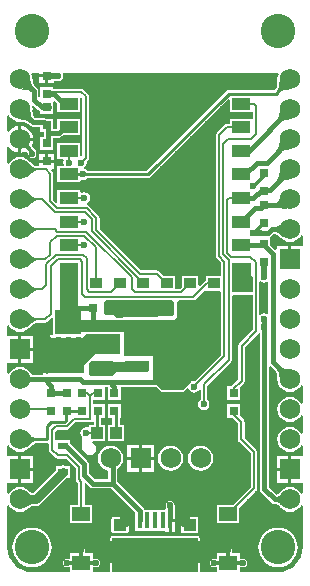
<source format=gtl>
G04 Layer_Physical_Order=1*
G04 Layer_Color=255*
%FSLAX25Y25*%
%MOIN*%
G70*
G01*
G75*
%ADD10R,0.03000X0.03000*%
%ADD11R,0.03000X0.03000*%
%ADD12R,0.05906X0.04500*%
%ADD13R,0.08268X0.03543*%
%ADD14R,0.08268X0.12598*%
%ADD15R,0.05000X0.05000*%
%ADD16R,0.01500X0.05400*%
%ADD17R,0.06299X0.03937*%
%ADD18R,0.03937X0.03543*%
%ADD19R,0.03937X0.03937*%
%ADD20R,0.03268X0.02480*%
%ADD21R,0.08661X0.07874*%
%ADD22C,0.01500*%
%ADD23C,0.02000*%
%ADD24C,0.00700*%
%ADD25C,0.03000*%
%ADD26C,0.01000*%
%ADD27C,0.01181*%
%ADD28R,0.28600X0.11200*%
%ADD29R,0.04300X0.04100*%
%ADD30R,0.06300X0.21200*%
%ADD31R,0.17100X0.03400*%
%ADD32R,0.31100X0.11800*%
%ADD33R,0.36600X0.03900*%
%ADD34C,0.06900*%
%ADD35R,0.06900X0.06900*%
%ADD36C,0.11500*%
%ADD37C,0.06900*%
%ADD38R,0.06900X0.06900*%
%ADD39C,0.04724*%
%ADD40O,0.05906X0.07480*%
%ADD41C,0.02362*%
G36*
X62400Y85600D02*
X63000Y85000D01*
X63000Y64300D01*
X54200Y55500D01*
X53000D01*
Y55300D01*
X50200Y52500D01*
X43400D01*
X40400Y55500D01*
Y75300D01*
X47000D01*
X48500Y76800D01*
Y81900D01*
X49100Y82500D01*
X54400Y82500D01*
X57500Y85600D01*
X62400Y85600D01*
D02*
G37*
G36*
X-1142Y88023D02*
X-78Y87093D01*
X235Y86866D01*
X529Y86680D01*
X803Y86536D01*
X1056Y86433D01*
X1289Y86371D01*
X1502Y86350D01*
Y85650D01*
X1289Y85629D01*
X1056Y85567D01*
X803Y85464D01*
X529Y85320D01*
X235Y85134D01*
X-78Y84907D01*
X-767Y84328D01*
X-1142Y83977D01*
X-1536Y83585D01*
Y88415D01*
X-1142Y88023D01*
D02*
G37*
G36*
Y78023D02*
X-78Y77093D01*
X235Y76866D01*
X529Y76680D01*
X803Y76536D01*
X1056Y76433D01*
X1289Y76371D01*
X1502Y76350D01*
Y75650D01*
X1289Y75629D01*
X1056Y75567D01*
X803Y75464D01*
X529Y75320D01*
X235Y75134D01*
X-78Y74907D01*
X-767Y74328D01*
X-1142Y73977D01*
X-1536Y73585D01*
Y78415D01*
X-1142Y78023D01*
D02*
G37*
G36*
X47400Y81800D02*
Y77500D01*
X40100Y76700D01*
X30800D01*
X29800Y76400D01*
X28300D01*
X27255Y77500D01*
X24700Y77500D01*
X24000Y78200D01*
X24000Y81786D01*
X24714Y82500D01*
X46700D01*
X47400Y81800D01*
D02*
G37*
G36*
X-1142Y98023D02*
X-78Y97093D01*
X235Y96866D01*
X529Y96680D01*
X803Y96536D01*
X1056Y96433D01*
X1289Y96371D01*
X1502Y96350D01*
Y95650D01*
X1289Y95629D01*
X1056Y95567D01*
X803Y95464D01*
X529Y95320D01*
X235Y95134D01*
X-78Y94907D01*
X-767Y94328D01*
X-1142Y93977D01*
X-1536Y93585D01*
Y98415D01*
X-1142Y98023D01*
D02*
G37*
G36*
X80946Y104488D02*
X81159Y104425D01*
X81386Y104333D01*
X81629Y104210D01*
X81885Y104054D01*
X82146Y103869D01*
X82732Y103373D01*
X82943Y103167D01*
X83040Y103040D01*
X83907Y102375D01*
X84917Y101957D01*
X86000Y101814D01*
X87083Y101957D01*
X88093Y102375D01*
X88960Y103040D01*
X89625Y103907D01*
X89684Y104050D01*
X90184Y103951D01*
Y100450D01*
X86500D01*
Y96000D01*
X85500D01*
Y100450D01*
X81550D01*
Y99448D01*
X81050Y99241D01*
X79500Y100791D01*
Y103300D01*
X79847Y103656D01*
X80712Y104522D01*
X80759D01*
X80946Y104488D01*
D02*
G37*
G36*
X72900Y91000D02*
X72800Y90900D01*
X73529Y90171D01*
X73529Y85000D01*
X66571Y85000D01*
Y94800D01*
X72900D01*
Y91000D01*
D02*
G37*
G36*
X78660Y88624D02*
X78822Y88497D01*
Y78110D01*
X78381Y77874D01*
X78234Y77972D01*
X77500Y78118D01*
X76766Y77972D01*
X76171Y77574D01*
X76023Y77605D01*
X75671Y77748D01*
Y88431D01*
X76171Y88677D01*
X76537Y88432D01*
X77200Y88300D01*
X77863Y88432D01*
X78322Y88738D01*
X78660Y88624D01*
D02*
G37*
G36*
X7069Y76548D02*
Y71130D01*
X6572Y70661D01*
X6501Y70663D01*
X6126Y71226D01*
X6000Y71310D01*
Y70514D01*
X5100D01*
X4827Y70459D01*
X4595Y70305D01*
X4441Y70073D01*
X4386Y69800D01*
Y58800D01*
X4441Y58527D01*
X4459Y58500D01*
X4206Y58000D01*
X3590D01*
X3604Y57978D01*
X3337Y57478D01*
X-120D01*
X-337Y58000D01*
X-375Y58093D01*
X-1040Y58960D01*
X-1907Y59625D01*
X-2917Y60043D01*
X-4000Y60186D01*
X-5083Y60043D01*
X-6093Y59625D01*
X-6960Y58960D01*
X-7625Y58093D01*
X-7684Y57950D01*
X-7937Y58000D01*
X-8184D01*
Y58049D01*
Y61550D01*
X-4500D01*
Y66000D01*
Y70450D01*
X-8184D01*
Y72700D01*
Y73951D01*
X-7684Y74050D01*
X-7625Y73907D01*
X-6960Y73040D01*
X-6516Y72700D01*
X-6093Y72375D01*
X-5083Y71957D01*
X-4000Y71814D01*
X-2917Y71957D01*
X-1907Y72375D01*
X-1040Y73040D01*
X-938Y73173D01*
X-646Y73464D01*
X-293Y73794D01*
X361Y74344D01*
X636Y74542D01*
X887Y74702D01*
X1105Y74817D01*
X1283Y74889D01*
X1416Y74925D01*
X1466Y74929D01*
X4300D01*
X4710Y75011D01*
X5057Y75243D01*
X6569Y76755D01*
X7069Y76548D01*
D02*
G37*
G36*
X-1168Y38051D02*
X-476Y37438D01*
X-152Y37189D01*
X157Y36979D01*
X452Y36806D01*
X732Y36672D01*
X997Y36577D01*
X1248Y36519D01*
X1484Y36500D01*
Y35500D01*
X1248Y35481D01*
X997Y35423D01*
X732Y35328D01*
X452Y35194D01*
X157Y35021D01*
X-152Y34811D01*
X-476Y34562D01*
X-1168Y33949D01*
X-1536Y33585D01*
Y38415D01*
X-1168Y38051D01*
D02*
G37*
G36*
X73529Y84286D02*
X73529Y84286D01*
Y72437D01*
X69096Y68003D01*
X68864Y67656D01*
X68783Y67247D01*
Y55997D01*
X66486Y53700D01*
X65000D01*
Y49300D01*
X69400D01*
Y53586D01*
X70610Y54796D01*
X70842Y55143D01*
X70924Y55553D01*
Y66803D01*
X75357Y71236D01*
X75357Y71236D01*
X75522Y71483D01*
X76022Y71390D01*
Y19400D01*
X76134Y18834D01*
X76455Y18355D01*
X79855Y14955D01*
X80334Y14634D01*
X80900Y14522D01*
X81159D01*
X81326Y14500D01*
X81515Y14457D01*
X81688Y14398D01*
X81850Y14324D01*
X82002Y14233D01*
X82147Y14125D01*
X82285Y13997D01*
X82417Y13848D01*
X82563Y13652D01*
X82591Y13625D01*
X82625Y13581D01*
X82632Y13570D01*
X82635Y13569D01*
X83040Y13040D01*
X83907Y12375D01*
X84917Y11957D01*
X86000Y11814D01*
X87083Y11957D01*
X88093Y12375D01*
X88960Y13040D01*
X89625Y13907D01*
X89684Y14050D01*
X90184Y13951D01*
Y0D01*
X90188Y-17D01*
X90032Y-1598D01*
X89566Y-3134D01*
X88809Y-4550D01*
X87791Y-5791D01*
X86550Y-6809D01*
X85134Y-7566D01*
X83598Y-8032D01*
X82017Y-8188D01*
X82000Y-8184D01*
X69453D01*
Y-6516D01*
X70453D01*
X70956Y-6416D01*
X71383Y-6130D01*
X71668Y-5703D01*
X71769Y-5200D01*
X71668Y-4696D01*
X71383Y-4270D01*
X70956Y-3984D01*
X70453Y-3884D01*
X69453D01*
Y-1919D01*
X66816D01*
Y-1017D01*
X66716Y-513D01*
X66430Y-86D01*
X66004Y199D01*
X65500Y299D01*
X64996Y199D01*
X64570Y-86D01*
X64284Y-513D01*
X64184Y-1017D01*
Y-1919D01*
X61547D01*
Y-3853D01*
X60547D01*
X60044Y-3954D01*
X59617Y-4239D01*
X59332Y-4666D01*
X59231Y-5169D01*
X59332Y-5673D01*
X59617Y-6100D01*
X60044Y-6385D01*
X60547Y-6485D01*
X61547D01*
Y-8184D01*
X56014D01*
Y3000D01*
X55959Y3273D01*
X55805Y3505D01*
X55573Y3659D01*
X55300Y3714D01*
X26700D01*
X26427Y3659D01*
X26195Y3505D01*
X26041Y3273D01*
X25986Y3000D01*
Y-8184D01*
X20453D01*
Y-6485D01*
X21453D01*
X21956Y-6385D01*
X22383Y-6100D01*
X22669Y-5673D01*
X22769Y-5169D01*
X22669Y-4666D01*
X22383Y-4239D01*
X21956Y-3954D01*
X21453Y-3853D01*
X20453D01*
Y-1919D01*
X17816D01*
Y-1017D01*
X17716Y-513D01*
X17430Y-86D01*
X17004Y199D01*
X16500Y299D01*
X15996Y199D01*
X15570Y-86D01*
X15284Y-513D01*
X15184Y-1017D01*
Y-1919D01*
X12547D01*
Y-3823D01*
X11547D01*
X11044Y-3923D01*
X10617Y-4208D01*
X10332Y-4635D01*
X10231Y-5139D01*
X10332Y-5642D01*
X10617Y-6069D01*
X11044Y-6354D01*
X11547Y-6454D01*
X12547D01*
Y-8184D01*
X0D01*
X-17Y-8188D01*
X-1598Y-8032D01*
X-3134Y-7566D01*
X-4550Y-6809D01*
X-5791Y-5791D01*
X-6809Y-4550D01*
X-7566Y-3134D01*
X-8032Y-1598D01*
X-8188Y-17D01*
X-8184Y0D01*
Y13951D01*
X-7684Y14050D01*
X-7625Y13907D01*
X-6960Y13040D01*
X-6093Y12375D01*
X-5083Y11957D01*
X-4000Y11814D01*
X-2917Y11957D01*
X-1907Y12375D01*
X-1040Y13040D01*
X-722Y13454D01*
X-706Y13466D01*
X-698Y13477D01*
X-687Y13485D01*
X-642Y13533D01*
X-621Y13548D01*
X-551Y13584D01*
X-431Y13627D01*
X-264Y13671D01*
X-71Y13707D01*
X532Y13757D01*
X1190D01*
X2048Y13928D01*
X2776Y14414D01*
X11532Y23170D01*
X12634D01*
Y27050D01*
X11356D01*
X11158Y27183D01*
X10300Y27353D01*
X9442Y27183D01*
X9244Y27050D01*
X7966D01*
Y25949D01*
X271Y18253D01*
X190Y18259D01*
X-55Y18290D01*
X-264Y18329D01*
X-431Y18373D01*
X-551Y18416D01*
X-621Y18451D01*
X-642Y18467D01*
X-687Y18515D01*
X-698Y18523D01*
X-706Y18534D01*
X-722Y18546D01*
X-1040Y18960D01*
X-1907Y19625D01*
X-2917Y20043D01*
X-4000Y20186D01*
X-5083Y20043D01*
X-6093Y19625D01*
X-6960Y18960D01*
X-7625Y18093D01*
X-7684Y17950D01*
X-8184Y18049D01*
Y21550D01*
X-4500D01*
Y26000D01*
Y30450D01*
X-8184D01*
Y33951D01*
X-7684Y34050D01*
X-7625Y33907D01*
X-6960Y33040D01*
X-6093Y32375D01*
X-5083Y31957D01*
X-4000Y31814D01*
X-2917Y31957D01*
X-1907Y32375D01*
X-1040Y33040D01*
X-940Y33171D01*
X-680Y33427D01*
X-21Y34011D01*
X267Y34232D01*
X539Y34418D01*
X787Y34563D01*
X1008Y34668D01*
X1199Y34737D01*
X1357Y34774D01*
X1392Y34776D01*
X4800D01*
X5129Y34842D01*
X5629Y34555D01*
Y32600D01*
X5711Y32190D01*
X5943Y31843D01*
X7843Y29943D01*
X7843Y29943D01*
X8190Y29711D01*
X8600Y29629D01*
X8600Y29629D01*
X11257D01*
X14529Y26357D01*
Y22800D01*
X14611Y22390D01*
X14843Y22043D01*
X15429Y21456D01*
Y14119D01*
X12847D01*
Y8219D01*
X20153D01*
Y14119D01*
X17571D01*
Y21331D01*
X18071Y21539D01*
X19355Y20255D01*
X19834Y19934D01*
X20400Y19822D01*
X26288D01*
X34422Y11688D01*
Y9000D01*
X34450Y8857D01*
Y5600D01*
X44350D01*
Y5300D01*
X45600D01*
Y9000D01*
X46100D01*
Y9500D01*
X47850D01*
Y12700D01*
X47578D01*
Y14000D01*
X47466Y14566D01*
X47145Y15045D01*
X46666Y15366D01*
X46100Y15478D01*
X45534Y15366D01*
X45055Y15045D01*
X44734Y14566D01*
X44622Y14000D01*
Y12700D01*
X44350D01*
Y12400D01*
X37358D01*
X37266Y12866D01*
X36945Y13345D01*
X28378Y21912D01*
Y26141D01*
X29160Y26740D01*
X29825Y27607D01*
X30243Y28617D01*
X30386Y29700D01*
X30243Y30783D01*
X29825Y31793D01*
X29160Y32660D01*
X28293Y33325D01*
X27283Y33743D01*
X26200Y33886D01*
X25117Y33743D01*
X24107Y33325D01*
X23240Y32660D01*
X22575Y31793D01*
X22157Y30783D01*
X22014Y29700D01*
X22157Y28617D01*
X22575Y27607D01*
X23240Y26740D01*
X24107Y26075D01*
X25117Y25657D01*
X25422Y25617D01*
Y22778D01*
X21012D01*
X18878Y24912D01*
Y27800D01*
X18766Y28366D01*
X18445Y28845D01*
X12634Y34657D01*
Y35830D01*
X7966D01*
X7771Y36249D01*
Y38557D01*
X8493Y39279D01*
X11542D01*
X11952Y39361D01*
X12299Y39593D01*
X14393Y41687D01*
X19383D01*
X19793Y41769D01*
X20027Y41925D01*
X20419Y41787D01*
X20527Y41704D01*
Y40968D01*
X19082D01*
Y40295D01*
X18582Y40002D01*
X18000Y40118D01*
X17266Y39972D01*
X16644Y39556D01*
X16228Y38934D01*
X16082Y38200D01*
X16228Y37466D01*
X16644Y36844D01*
X16648Y36841D01*
X16649Y36840D01*
X16743Y36673D01*
X16815Y36309D01*
X16784Y36238D01*
X16741Y36173D01*
X16728Y36112D01*
X16703Y36055D01*
X16702Y35977D01*
X16686Y35900D01*
Y33091D01*
X16741Y32818D01*
X16895Y32586D01*
X18386Y31095D01*
X18618Y30941D01*
X18891Y30886D01*
X20000D01*
X20273Y30941D01*
X20505Y31095D01*
X21005Y31595D01*
X21159Y31827D01*
X21214Y32100D01*
Y33782D01*
X21159Y34055D01*
X21005Y34287D01*
X20122Y35170D01*
X20313Y35631D01*
X24419D01*
Y40968D01*
X22974D01*
Y43300D01*
X24325D01*
Y47700D01*
X20471D01*
Y49300D01*
X24325D01*
Y53622D01*
X25200D01*
Y49300D01*
X29600D01*
Y53622D01*
X41269D01*
X42895Y51995D01*
X43127Y51841D01*
X43400Y51786D01*
X44951D01*
X45000Y51776D01*
X45049Y51786D01*
X50200D01*
X50473Y51841D01*
X50705Y51995D01*
X51812Y53102D01*
X52290Y52957D01*
X52328Y52766D01*
X52744Y52144D01*
X53366Y51728D01*
X54100Y51582D01*
X54834Y51728D01*
X55456Y52144D01*
X55692Y52497D01*
X56192Y52345D01*
Y49247D01*
X55906Y49056D01*
X55491Y48434D01*
X55345Y47700D01*
X55491Y46966D01*
X55906Y46344D01*
X56529Y45928D01*
X57263Y45782D01*
X57997Y45928D01*
X58619Y46344D01*
X59035Y46966D01*
X59181Y47700D01*
X59035Y48434D01*
X58619Y49056D01*
X58333Y49247D01*
Y53919D01*
X66278Y61864D01*
X66510Y62211D01*
X66591Y62621D01*
Y83933D01*
X66945Y84286D01*
X73529Y84286D01*
D02*
G37*
G36*
X-1117Y17929D02*
X-991Y17839D01*
X-833Y17760D01*
X-643Y17691D01*
X-421Y17632D01*
X-166Y17585D01*
X121Y17548D01*
X793Y17505D01*
X1177Y17500D01*
Y14500D01*
X793Y14495D01*
X-166Y14415D01*
X-421Y14368D01*
X-643Y14309D01*
X-833Y14240D01*
X-991Y14161D01*
X-1117Y14071D01*
X-1210Y13970D01*
Y18030D01*
X-1117Y17929D01*
D02*
G37*
G36*
X83137Y14075D02*
X82972Y14298D01*
X82795Y14498D01*
X82604Y14674D01*
X82400Y14827D01*
X82183Y14956D01*
X81952Y15062D01*
X81709Y15144D01*
X81453Y15203D01*
X81183Y15238D01*
X80900Y15250D01*
Y16750D01*
X81183Y16762D01*
X81453Y16797D01*
X81709Y16856D01*
X81952Y16938D01*
X82183Y17044D01*
X82400Y17173D01*
X82604Y17326D01*
X82795Y17502D01*
X82972Y17702D01*
X83137Y17925D01*
Y14075D01*
D02*
G37*
G36*
X27075Y62000D02*
X28577Y58777D01*
X26800Y57000D01*
X19800Y57000D01*
X19100Y57700D01*
Y61300D01*
X19800Y62000D01*
X27075Y62000D01*
D02*
G37*
G36*
X29246Y64454D02*
X29300Y64400D01*
X21200Y64400D01*
X17500Y60700D01*
X17500Y58000D01*
X5900D01*
X5100Y58800D01*
Y69800D01*
X16644D01*
X17931Y71086D01*
X29246D01*
Y64454D01*
D02*
G37*
G36*
X81249Y58661D02*
X81357Y58504D01*
X81463Y58310D01*
X81559Y58084D01*
X81643Y57825D01*
X81714Y57534D01*
X81768Y57219D01*
X81832Y56453D01*
X81835Y56158D01*
X81814Y56000D01*
X81957Y54917D01*
X82375Y53907D01*
X83040Y53040D01*
X83907Y52375D01*
X84917Y51957D01*
X86000Y51814D01*
X87083Y51957D01*
X88093Y52375D01*
X88960Y53040D01*
X89625Y53907D01*
X89684Y54050D01*
X90184Y53951D01*
Y48049D01*
X89684Y47950D01*
X89625Y48093D01*
X88960Y48960D01*
X88093Y49625D01*
X87083Y50043D01*
X86000Y50186D01*
X84917Y50043D01*
X83907Y49625D01*
X83040Y48960D01*
X82375Y48093D01*
X81957Y47083D01*
X81814Y46000D01*
X81957Y44917D01*
X82375Y43907D01*
X83040Y43040D01*
X83907Y42375D01*
X84917Y41957D01*
X86000Y41814D01*
X87083Y41957D01*
X88093Y42375D01*
X88960Y43040D01*
X89625Y43907D01*
X89684Y44050D01*
X90184Y43951D01*
Y38049D01*
X89684Y37950D01*
X89625Y38093D01*
X88960Y38960D01*
X88093Y39625D01*
X87083Y40043D01*
X86000Y40186D01*
X84917Y40043D01*
X83907Y39625D01*
X83040Y38960D01*
X82375Y38093D01*
X81957Y37083D01*
X81814Y36000D01*
X81957Y34917D01*
X82375Y33907D01*
X83040Y33040D01*
X83907Y32375D01*
X84917Y31957D01*
X86000Y31814D01*
X87083Y31957D01*
X88093Y32375D01*
X88960Y33040D01*
X89625Y33907D01*
X89684Y34050D01*
X90184Y33951D01*
Y30450D01*
X86500D01*
Y26000D01*
Y21550D01*
X90184D01*
Y18049D01*
X89684Y17950D01*
X89625Y18093D01*
X88960Y18960D01*
X88093Y19625D01*
X87083Y20043D01*
X86000Y20186D01*
X84917Y20043D01*
X83907Y19625D01*
X83040Y18960D01*
X82635Y18431D01*
X82632Y18430D01*
X82625Y18419D01*
X82591Y18375D01*
X82563Y18349D01*
X82417Y18152D01*
X82285Y18002D01*
X82147Y17875D01*
X82002Y17767D01*
X81850Y17676D01*
X81689Y17602D01*
X81515Y17543D01*
X81460Y17531D01*
X78978Y20012D01*
Y60224D01*
X79478Y60431D01*
X81249Y58661D01*
D02*
G37*
G36*
X82889Y60195D02*
X83120Y60035D01*
X83379Y59894D01*
X83666Y59772D01*
X83980Y59670D01*
X84322Y59587D01*
X84691Y59523D01*
X85088Y59479D01*
X85513Y59455D01*
X85966Y59450D01*
X82550Y56034D01*
X82545Y56487D01*
X82477Y57309D01*
X82413Y57678D01*
X82331Y58020D01*
X82228Y58334D01*
X82107Y58621D01*
X81965Y58880D01*
X81805Y59111D01*
X81625Y59315D01*
X82685Y60375D01*
X82889Y60195D01*
D02*
G37*
G36*
X-1142Y108023D02*
X-78Y107093D01*
X235Y106866D01*
X529Y106680D01*
X803Y106536D01*
X1056Y106433D01*
X1289Y106371D01*
X1502Y106350D01*
Y105650D01*
X1289Y105629D01*
X1056Y105567D01*
X803Y105464D01*
X529Y105320D01*
X235Y105134D01*
X-78Y104907D01*
X-767Y104328D01*
X-1142Y103977D01*
X-1536Y103585D01*
Y108415D01*
X-1142Y108023D01*
D02*
G37*
G36*
X85966Y142550D02*
X85513Y142545D01*
X84691Y142477D01*
X84322Y142413D01*
X83980Y142331D01*
X83666Y142228D01*
X83379Y142106D01*
X83120Y141965D01*
X82889Y141805D01*
X82685Y141625D01*
X81625Y142685D01*
X81805Y142889D01*
X81965Y143120D01*
X82107Y143379D01*
X82228Y143666D01*
X82331Y143980D01*
X82413Y144322D01*
X82477Y144691D01*
X82521Y145088D01*
X82545Y145513D01*
X82550Y145966D01*
X85966Y142550D01*
D02*
G37*
G36*
X-545Y145513D02*
X-477Y144691D01*
X-413Y144322D01*
X-331Y143980D01*
X-228Y143666D01*
X-106Y143379D01*
X35Y143120D01*
X195Y142889D01*
X375Y142685D01*
X-685Y141625D01*
X-889Y141805D01*
X-1120Y141965D01*
X-1379Y142106D01*
X-1666Y142228D01*
X-1980Y142331D01*
X-2322Y142413D01*
X-2691Y142477D01*
X-3088Y142521D01*
X-3513Y142545D01*
X-3965Y142550D01*
X-550Y145966D01*
X-545Y145513D01*
D02*
G37*
G36*
X85966Y132550D02*
X85513Y132545D01*
X84691Y132477D01*
X84322Y132413D01*
X83980Y132331D01*
X83666Y132228D01*
X83379Y132106D01*
X83120Y131965D01*
X82889Y131805D01*
X82685Y131625D01*
X81625Y132685D01*
X81805Y132889D01*
X81965Y133120D01*
X82107Y133379D01*
X82228Y133666D01*
X82331Y133980D01*
X82413Y134322D01*
X82477Y134691D01*
X82521Y135088D01*
X82545Y135513D01*
X82550Y135966D01*
X85966Y132550D01*
D02*
G37*
G36*
X16829Y149743D02*
Y130818D01*
X16358Y130492D01*
X16109Y130607D01*
Y134863D01*
X8410D01*
Y129526D01*
X10426D01*
X10662Y129085D01*
X10628Y129034D01*
X10482Y128300D01*
X10628Y127566D01*
X10719Y127430D01*
X10483Y126989D01*
X8410D01*
Y121652D01*
X16109D01*
Y122098D01*
X16610Y122480D01*
X17000Y122403D01*
X17734Y122548D01*
X18356Y122964D01*
X18445Y123097D01*
X38620D01*
X39089Y123190D01*
X39486Y123455D01*
X65429Y149398D01*
X65891Y149207D01*
Y145274D01*
X73590D01*
X73729Y144832D01*
Y143179D01*
X73590Y142737D01*
X65891D01*
Y141139D01*
X64869D01*
X64868Y141139D01*
X64459Y141058D01*
X64112Y140825D01*
X61543Y138257D01*
X61311Y137910D01*
X61229Y137500D01*
Y97100D01*
X61311Y96690D01*
X61543Y96343D01*
X63029Y94857D01*
Y90572D01*
X58017D01*
Y89114D01*
X57890Y89089D01*
X57543Y88857D01*
X55941Y87256D01*
X55480Y87447D01*
Y90572D01*
X50143D01*
Y86945D01*
X49268Y86071D01*
X47605D01*
Y90572D01*
X43979D01*
X42494Y92057D01*
X42147Y92289D01*
X41737Y92371D01*
X36443D01*
X22571Y106244D01*
Y109800D01*
X22489Y110210D01*
X22257Y110557D01*
X22257Y110557D01*
X18957Y113857D01*
X18610Y114089D01*
X18200Y114171D01*
X18205Y114669D01*
X18234Y114674D01*
X18856Y115090D01*
X19272Y115712D01*
X19418Y116446D01*
X19272Y117180D01*
X18856Y117803D01*
X18234Y118218D01*
X17500Y118364D01*
X16766Y118218D01*
X16610Y118114D01*
X16109Y118381D01*
Y119115D01*
X8410D01*
Y115157D01*
X7948Y114966D01*
X7071Y115843D01*
Y124600D01*
X6989Y125010D01*
X6757Y125357D01*
X6376Y125738D01*
X6567Y126200D01*
X7400D01*
Y128200D01*
X2400D01*
Y127071D01*
X1466D01*
X1416Y127075D01*
X1283Y127111D01*
X1105Y127183D01*
X887Y127298D01*
X636Y127457D01*
X366Y127652D01*
X-655Y128545D01*
X-938Y128827D01*
X-1040Y128960D01*
X-1907Y129625D01*
X-2917Y130043D01*
X-4000Y130186D01*
X-5083Y130043D01*
X-6093Y129625D01*
X-6960Y128960D01*
X-7625Y128093D01*
X-7684Y127950D01*
X-8184Y128049D01*
Y133322D01*
X-7684Y133492D01*
X-7174Y132826D01*
X-6244Y132113D01*
X-5162Y131665D01*
X-4500Y131577D01*
Y136000D01*
Y140423D01*
X-5162Y140336D01*
X-6244Y139887D01*
X-7174Y139174D01*
X-7684Y138508D01*
X-8184Y138678D01*
Y143951D01*
X-7684Y144050D01*
X-7625Y143907D01*
X-6960Y143040D01*
X-6093Y142375D01*
X-5083Y141957D01*
X-4000Y141814D01*
X-3842Y141835D01*
X-3538Y141832D01*
X-3148Y141809D01*
X-2791Y141770D01*
X-2466Y141714D01*
X-2175Y141643D01*
X-1916Y141559D01*
X-1690Y141463D01*
X-1496Y141357D01*
X-1340Y141249D01*
X-777Y140686D01*
X-297Y140365D01*
X269Y140253D01*
X2700D01*
Y138500D01*
X3922D01*
Y136900D01*
X2700D01*
Y132500D01*
X7100D01*
Y136587D01*
X8866D01*
X9431Y136700D01*
X9911Y137020D01*
X10291Y137400D01*
X16109D01*
Y142737D01*
X8410D01*
Y139701D01*
X8253Y139544D01*
X7100D01*
Y142900D01*
X4729D01*
X4435Y143097D01*
X3869Y143210D01*
X881D01*
X751Y143340D01*
X643Y143496D01*
X537Y143690D01*
X441Y143916D01*
X357Y144175D01*
X286Y144466D01*
X232Y144781D01*
X168Y145547D01*
X165Y145842D01*
X186Y146000D01*
X47Y147055D01*
X80Y147094D01*
X527Y147282D01*
X2155Y145655D01*
X2634Y145334D01*
X2700Y145321D01*
Y144500D01*
X7100D01*
Y148602D01*
X7600Y148809D01*
X8410Y147999D01*
Y145274D01*
X16109D01*
Y149661D01*
X16610Y149910D01*
X16829Y149743D01*
D02*
G37*
G36*
X82254Y157800D02*
X81957Y157083D01*
X81814Y156000D01*
X81836Y155837D01*
X81834Y155472D01*
X81780Y154593D01*
X81733Y154233D01*
X81672Y153910D01*
X81599Y153632D01*
X81517Y153400D01*
X81431Y153217D01*
X81345Y153079D01*
X81322Y153053D01*
X80793Y152524D01*
X65600D01*
X65132Y152430D01*
X64735Y152165D01*
X38114Y125544D01*
X18445D01*
X18356Y125677D01*
X17734Y126092D01*
X17482Y126143D01*
X17376Y126673D01*
X17706Y126894D01*
X18122Y127516D01*
X18268Y128250D01*
X18201Y128587D01*
X18657Y129043D01*
X18889Y129390D01*
X18971Y129800D01*
Y150400D01*
X18889Y150810D01*
X18657Y151157D01*
X17157Y152657D01*
X16810Y152889D01*
X16400Y152971D01*
X7100D01*
Y153500D01*
X2700D01*
Y150522D01*
X2200Y150255D01*
X2178Y150269D01*
Y152000D01*
X2066Y152566D01*
X1745Y153045D01*
X998Y153793D01*
X893Y153940D01*
X777Y154139D01*
X669Y154366D01*
X450Y154970D01*
X360Y155299D01*
X193Y156112D01*
X125Y156567D01*
X103Y156627D01*
X43Y157083D01*
X-254Y157800D01*
X71Y158300D01*
X2400D01*
Y157800D01*
X4900D01*
Y157300D01*
X5400D01*
Y154800D01*
X7400D01*
Y155367D01*
X8700D01*
X9363Y155499D01*
X9926Y155874D01*
X10301Y156437D01*
X10433Y157100D01*
X10301Y157763D01*
X10237Y157859D01*
X10473Y158300D01*
X81929D01*
X82254Y157800D01*
D02*
G37*
G36*
X-509Y155987D02*
X-334Y155133D01*
X-230Y154754D01*
X10Y154090D01*
X146Y153806D01*
X293Y153553D01*
X451Y153331D01*
X619Y153141D01*
X-284Y151923D01*
X-497Y152111D01*
X-733Y152272D01*
X-993Y152406D01*
X-1277Y152513D01*
X-1584Y152593D01*
X-1914Y152647D01*
X-2268Y152673D01*
X-2646Y152672D01*
X-3046Y152645D01*
X-3471Y152591D01*
X-581Y156461D01*
X-509Y155987D01*
D02*
G37*
G36*
X85966Y152550D02*
X85448Y152547D01*
X84525Y152491D01*
X84120Y152438D01*
X83752Y152368D01*
X83422Y152282D01*
X83130Y152179D01*
X82874Y152059D01*
X82656Y151922D01*
X82476Y151769D01*
X81769Y152476D01*
X81922Y152656D01*
X82059Y152874D01*
X82179Y153129D01*
X82282Y153422D01*
X82368Y153752D01*
X82438Y154120D01*
X82491Y154525D01*
X82547Y155448D01*
X82550Y155965D01*
X85966Y152550D01*
D02*
G37*
G36*
Y122550D02*
X85513Y122545D01*
X84691Y122477D01*
X84322Y122413D01*
X83980Y122330D01*
X83666Y122228D01*
X83379Y122107D01*
X83120Y121965D01*
X82889Y121805D01*
X82685Y121625D01*
X81625Y122685D01*
X81805Y122889D01*
X81965Y123120D01*
X82107Y123379D01*
X82228Y123666D01*
X82331Y123980D01*
X82413Y124322D01*
X82477Y124691D01*
X82521Y125088D01*
X82545Y125513D01*
X82550Y125965D01*
X85966Y122550D01*
D02*
G37*
G36*
X-1142Y128023D02*
X-78Y127093D01*
X235Y126866D01*
X529Y126680D01*
X803Y126536D01*
X1056Y126433D01*
X1289Y126371D01*
X1502Y126350D01*
Y125650D01*
X1289Y125629D01*
X1056Y125567D01*
X803Y125464D01*
X529Y125320D01*
X235Y125134D01*
X-78Y124907D01*
X-767Y124328D01*
X-1142Y123977D01*
X-1536Y123585D01*
Y128415D01*
X-1142Y128023D01*
D02*
G37*
G36*
Y118023D02*
X-78Y117093D01*
X235Y116866D01*
X529Y116680D01*
X803Y116536D01*
X1056Y116433D01*
X1289Y116371D01*
X1502Y116350D01*
Y115650D01*
X1289Y115629D01*
X1056Y115567D01*
X803Y115464D01*
X529Y115320D01*
X235Y115134D01*
X-78Y114907D01*
X-767Y114328D01*
X-1142Y113977D01*
X-1536Y113585D01*
Y118415D01*
X-1142Y118023D01*
D02*
G37*
G36*
X85048Y112684D02*
X84597Y112810D01*
X82443Y113290D01*
X82176Y113323D01*
X81721Y113350D01*
X80677Y114850D01*
X80982Y114868D01*
X81262Y114922D01*
X81517Y115013D01*
X81748Y115139D01*
X81954Y115302D01*
X82135Y115501D01*
X82291Y115736D01*
X82423Y116008D01*
X82531Y116315D01*
X82613Y116659D01*
X85048Y112684D01*
D02*
G37*
G36*
X83536Y103585D02*
X83213Y103901D01*
X82583Y104434D01*
X82277Y104651D01*
X81977Y104834D01*
X81682Y104984D01*
X81394Y105100D01*
X81111Y105183D01*
X80834Y105233D01*
X80563Y105250D01*
Y106750D01*
X80834Y106767D01*
X81111Y106817D01*
X81394Y106900D01*
X81682Y107016D01*
X81977Y107166D01*
X82277Y107349D01*
X82583Y107566D01*
X82895Y107816D01*
X83213Y108099D01*
X83536Y108415D01*
Y103585D01*
D02*
G37*
%LPC*%
G36*
X450Y25500D02*
X-3500D01*
Y21550D01*
X450D01*
Y25500D01*
D02*
G37*
G36*
X4400Y156800D02*
X2400D01*
Y154800D01*
X4400D01*
Y156800D01*
D02*
G37*
G36*
X85500Y25500D02*
X81550D01*
Y21550D01*
X85500D01*
Y25500D01*
D02*
G37*
G36*
X40650Y29200D02*
X36700D01*
Y25250D01*
X40650D01*
Y29200D01*
D02*
G37*
G36*
X35700D02*
X31750D01*
Y25250D01*
X35700D01*
Y29200D01*
D02*
G37*
G36*
X0Y6582D02*
X-1284Y6455D01*
X-2519Y6081D01*
X-3657Y5472D01*
X-4654Y4654D01*
X-5472Y3657D01*
X-6081Y2519D01*
X-6455Y1284D01*
X-6582Y0D01*
X-6455Y-1284D01*
X-6081Y-2519D01*
X-5472Y-3657D01*
X-4654Y-4654D01*
X-3657Y-5472D01*
X-2519Y-6081D01*
X-1284Y-6455D01*
X0Y-6582D01*
X1284Y-6455D01*
X2519Y-6081D01*
X3657Y-5472D01*
X4654Y-4654D01*
X5472Y-3657D01*
X6081Y-2519D01*
X6455Y-1284D01*
X6582Y0D01*
X6455Y1284D01*
X6081Y2519D01*
X5472Y3657D01*
X4654Y4654D01*
X3657Y5472D01*
X2519Y6081D01*
X1284Y6455D01*
X0Y6582D01*
D02*
G37*
G36*
X47850Y8500D02*
X46600D01*
Y5300D01*
X47850D01*
Y8500D01*
D02*
G37*
G36*
X69400Y47700D02*
X65000D01*
Y43300D01*
X66886D01*
X68729Y41456D01*
Y36000D01*
X68811Y35590D01*
X69043Y35243D01*
X72929Y31356D01*
Y20113D01*
X66936Y14119D01*
X61847D01*
Y8219D01*
X69153D01*
Y13308D01*
X74757Y18912D01*
X74757Y18912D01*
X74989Y19260D01*
X75071Y19669D01*
X75071Y19669D01*
Y31800D01*
X75071Y31800D01*
X74989Y32210D01*
X74757Y32557D01*
X70871Y36443D01*
Y41900D01*
X70789Y42310D01*
X70557Y42657D01*
X69400Y43814D01*
Y47700D01*
D02*
G37*
G36*
X54800Y10214D02*
X50500D01*
X50227Y10159D01*
X49995Y10005D01*
X49841Y9773D01*
X49786Y9500D01*
Y5400D01*
X49841Y5127D01*
X49995Y4895D01*
X50227Y4741D01*
X50500Y4686D01*
X54800D01*
X55073Y4741D01*
X55305Y4895D01*
X55459Y5127D01*
X55514Y5400D01*
Y9500D01*
X55459Y9773D01*
X55305Y10005D01*
X55073Y10159D01*
X54800Y10214D01*
D02*
G37*
G36*
X82000Y6582D02*
X80716Y6455D01*
X79481Y6081D01*
X78343Y5472D01*
X77346Y4654D01*
X76528Y3657D01*
X75919Y2519D01*
X75545Y1284D01*
X75418Y0D01*
X75545Y-1284D01*
X75919Y-2519D01*
X76528Y-3657D01*
X77346Y-4654D01*
X78343Y-5472D01*
X79481Y-6081D01*
X80716Y-6455D01*
X82000Y-6582D01*
X83284Y-6455D01*
X84519Y-6081D01*
X85657Y-5472D01*
X86654Y-4654D01*
X87472Y-3657D01*
X88081Y-2519D01*
X88455Y-1284D01*
X88582Y0D01*
X88455Y1284D01*
X88081Y2519D01*
X87472Y3657D01*
X86654Y4654D01*
X85657Y5472D01*
X84519Y6081D01*
X83284Y6455D01*
X82000Y6582D01*
D02*
G37*
G36*
X31500Y10214D02*
X27200D01*
X26927Y10159D01*
X26695Y10005D01*
X26541Y9773D01*
X26486Y9500D01*
Y5400D01*
X26541Y5127D01*
X26695Y4895D01*
X26927Y4741D01*
X27200Y4686D01*
X31500D01*
X31773Y4741D01*
X32005Y4895D01*
X32159Y5127D01*
X32214Y5400D01*
Y9500D01*
X32159Y9773D01*
X32005Y10005D01*
X31773Y10159D01*
X31500Y10214D01*
D02*
G37*
G36*
X46200Y33886D02*
X45117Y33743D01*
X44107Y33325D01*
X43240Y32660D01*
X42575Y31793D01*
X42157Y30783D01*
X42014Y29700D01*
X42157Y28617D01*
X42575Y27607D01*
X43240Y26740D01*
X44107Y26075D01*
X45117Y25657D01*
X46200Y25514D01*
X47283Y25657D01*
X48293Y26075D01*
X49160Y26740D01*
X49825Y27607D01*
X50243Y28617D01*
X50386Y29700D01*
X50243Y30783D01*
X49825Y31793D01*
X49160Y32660D01*
X48293Y33325D01*
X47283Y33743D01*
X46200Y33886D01*
D02*
G37*
G36*
X450Y65500D02*
X-3500D01*
Y61550D01*
X450D01*
Y65500D01*
D02*
G37*
G36*
X-3500Y140423D02*
Y136500D01*
X423D01*
X335Y137162D01*
X-113Y138244D01*
X-826Y139174D01*
X-1756Y139887D01*
X-2838Y140336D01*
X-3500Y140423D01*
D02*
G37*
G36*
X4400Y131200D02*
X2400D01*
Y129200D01*
X4400D01*
Y131200D01*
D02*
G37*
G36*
X423Y135500D02*
X-3500D01*
Y131577D01*
X-2838Y131665D01*
X-1910Y132049D01*
X-1216Y131355D01*
Y131000D01*
X-1116Y130497D01*
X-830Y130070D01*
X-404Y129784D01*
X100Y129684D01*
X604Y129784D01*
X1030Y130070D01*
X1316Y130497D01*
X1416Y131000D01*
Y131900D01*
X1316Y132404D01*
X1030Y132830D01*
X-49Y133910D01*
X335Y134838D01*
X423Y135500D01*
D02*
G37*
G36*
X7400Y131200D02*
X5400D01*
Y129200D01*
X7400D01*
Y131200D01*
D02*
G37*
G36*
X450Y70450D02*
X-3500D01*
Y66500D01*
X450D01*
Y70450D01*
D02*
G37*
G36*
X85500Y30450D02*
X81550D01*
Y26500D01*
X85500D01*
Y30450D01*
D02*
G37*
G36*
X450D02*
X-3500D01*
Y26500D01*
X450D01*
Y30450D01*
D02*
G37*
G36*
X56200Y33886D02*
X55117Y33743D01*
X54107Y33325D01*
X53240Y32660D01*
X52575Y31793D01*
X52157Y30783D01*
X52014Y29700D01*
X52157Y28617D01*
X52575Y27607D01*
X53240Y26740D01*
X54107Y26075D01*
X55117Y25657D01*
X56200Y25514D01*
X57283Y25657D01*
X58293Y26075D01*
X59160Y26740D01*
X59825Y27607D01*
X60243Y28617D01*
X60386Y29700D01*
X60243Y30783D01*
X59825Y31793D01*
X59160Y32660D01*
X58293Y33325D01*
X57283Y33743D01*
X56200Y33886D01*
D02*
G37*
G36*
X29600Y47700D02*
X25200D01*
Y43300D01*
X26826D01*
Y40968D01*
X25381D01*
Y35631D01*
X30718D01*
Y40968D01*
X29273D01*
Y43300D01*
X29600D01*
Y47700D01*
D02*
G37*
G36*
X40650Y34150D02*
X36700D01*
Y30200D01*
X40650D01*
Y34150D01*
D02*
G37*
G36*
X35700D02*
X31750D01*
Y30200D01*
X35700D01*
Y34150D01*
D02*
G37*
%LPD*%
D10*
X6300Y51500D02*
D03*
Y45500D02*
D03*
X4900Y157300D02*
D03*
Y151300D02*
D03*
Y140700D02*
D03*
Y146700D02*
D03*
Y128700D02*
D03*
Y134700D02*
D03*
X77300Y124700D02*
D03*
Y118700D02*
D03*
X77300Y108100D02*
D03*
Y114100D02*
D03*
Y95100D02*
D03*
Y101100D02*
D03*
X11575Y51500D02*
D03*
Y45500D02*
D03*
X27400Y45500D02*
D03*
Y51500D02*
D03*
X22125Y51500D02*
D03*
Y45500D02*
D03*
X16850Y51500D02*
D03*
Y45500D02*
D03*
X67200Y45500D02*
D03*
Y51500D02*
D03*
D11*
X20200Y79900D02*
D03*
X26200D02*
D03*
D12*
X16500Y-5169D02*
D03*
Y11169D02*
D03*
X65500Y-5169D02*
D03*
Y11169D02*
D03*
D13*
X34880Y78455D02*
D03*
Y69400D02*
D03*
Y60345D02*
D03*
D14*
X57320Y69400D02*
D03*
D15*
X24300Y59519D02*
D03*
Y66919D02*
D03*
D16*
X35900Y9000D02*
D03*
X43550D02*
D03*
X46100D02*
D03*
X41000D02*
D03*
X38450D02*
D03*
D17*
X69740Y92824D02*
D03*
Y100698D02*
D03*
Y108572D02*
D03*
Y116446D02*
D03*
Y124320D02*
D03*
Y132194D02*
D03*
Y140068D02*
D03*
Y147942D02*
D03*
X12260D02*
D03*
Y140068D02*
D03*
Y132194D02*
D03*
Y124320D02*
D03*
Y116446D02*
D03*
Y108572D02*
D03*
Y100698D02*
D03*
Y92824D02*
D03*
D18*
X21315Y88100D02*
D03*
X29189D02*
D03*
X37063D02*
D03*
X44937D02*
D03*
X52811D02*
D03*
X60685D02*
D03*
D19*
X21750Y38300D02*
D03*
X28050D02*
D03*
D20*
X10300Y25110D02*
D03*
Y33890D02*
D03*
D21*
X12100Y63494D02*
D03*
Y75305D02*
D03*
D22*
X11310Y33890D02*
X17400Y27800D01*
X20400Y21300D02*
X26900D01*
X17400Y24300D02*
X20400Y21300D01*
X17400Y24300D02*
Y27800D01*
X26900Y21300D02*
Y29000D01*
X26200Y29700D02*
X26900Y29000D01*
X20200Y73700D02*
Y79900D01*
X13500Y80100D02*
X13700Y79900D01*
X20200D01*
X46100Y9000D02*
Y14000D01*
X69740Y100698D02*
X77502D01*
X69740Y124320D02*
X71021D01*
X76600Y119300D02*
X79300D01*
X86000Y126000D01*
X72194Y132194D02*
X86000Y146000D01*
X71021Y124320D02*
X75000Y128300D01*
X78300D01*
X86000Y136000D01*
X5700Y138066D02*
X8866D01*
X10869Y140068D01*
X12260D01*
X35900Y9000D02*
Y12300D01*
X26900Y21300D02*
X35900Y12300D01*
X10300Y33890D02*
X11310D01*
X69740Y116446D02*
X73747D01*
X76600Y119300D01*
X80100Y106000D02*
X86000D01*
X78800Y104700D02*
X80100Y106000D01*
X76100Y104700D02*
X78800D01*
X73600D02*
X76100D01*
X16000Y56000D02*
X16900Y55100D01*
X44100D02*
X46400Y57400D01*
Y67100D01*
X52800Y74700D02*
Y75800D01*
X50700Y76800D02*
X58300Y84400D01*
X61000D01*
X52800Y75800D02*
X53900Y76900D01*
X58300D01*
X61000D01*
X77500Y73500D02*
Y76200D01*
X80300Y61700D02*
X86000Y56000D01*
X80300Y61700D02*
Y97900D01*
X77502Y100698D02*
X80300Y97900D01*
X77500Y19400D02*
Y73500D01*
Y19400D02*
X80900Y16000D01*
X86000D01*
X3869Y141731D02*
X4900Y140700D01*
X269Y141731D02*
X3869D01*
X-4000Y146000D02*
X269Y141731D01*
X5400Y135700D02*
Y140700D01*
X10558Y147942D02*
X12260D01*
X7200Y151300D02*
X10558Y147942D01*
X4900Y151300D02*
X7200D01*
X3200Y146700D02*
X4900D01*
X700Y149200D02*
X3200Y146700D01*
X700Y149200D02*
Y152000D01*
X-3300Y156000D02*
X700Y152000D01*
X-4000Y156000D02*
X-3300D01*
X4900Y146700D02*
X5600D01*
X69740Y108572D02*
X74468Y113300D01*
X76500D01*
X77300Y114100D01*
X84100D01*
X86000Y116000D01*
X-4000Y56000D02*
X4200D01*
X6300Y53900D01*
Y51600D02*
Y53900D01*
Y51600D02*
X11300D01*
X11400Y51700D01*
X4200Y56000D02*
X16000D01*
X16900Y55100D02*
X25900D01*
X27400Y53600D01*
Y51500D02*
Y53600D01*
X25900Y55100D02*
X44100D01*
D23*
X4900Y61600D02*
Y70000D01*
X5100Y58800D02*
Y60200D01*
X5700Y60800D01*
X4900Y61600D02*
X5700Y60800D01*
X3300D02*
X3600D01*
X-4000Y66000D02*
X-2900Y64900D01*
X5400Y157100D02*
X8700D01*
X77300Y90133D02*
Y95100D01*
X77200Y90033D02*
X77300Y90133D01*
X77200Y92800D02*
Y95600D01*
D24*
X67075Y50524D02*
Y52775D01*
Y44625D02*
Y46524D01*
Y44625D02*
X69800Y41900D01*
Y36000D02*
Y41900D01*
Y36000D02*
X74000Y31800D01*
Y19669D02*
Y31800D01*
X65500Y11169D02*
X74000Y19669D01*
X16800Y84500D02*
X17700Y83600D01*
X16800Y84500D02*
Y95200D01*
X26189Y85100D02*
X29189Y88100D01*
X18200Y85990D02*
Y96380D01*
X17080Y97500D02*
X18200Y96380D01*
X-4000Y76000D02*
X4300D01*
X15900Y96100D02*
X16800Y95200D01*
X49711Y85000D02*
X52811Y88100D01*
X34400Y85000D02*
X49711D01*
X-4000Y86000D02*
X3400D01*
X-4000Y96000D02*
X4500D01*
X7980Y97500D02*
X17080D01*
X8560Y96100D02*
X15900D01*
X4500Y96000D02*
X6100Y97600D01*
X-4000Y106000D02*
X7700D01*
X8400Y105300D01*
X6100Y97600D02*
Y101700D01*
X8300Y103900D01*
X6000Y115400D02*
X8300Y113100D01*
X-4000Y116000D02*
X3400D01*
X7700Y111700D01*
X18200Y85990D02*
X19090Y85100D01*
X26189D01*
X33300Y86100D02*
X34400Y85000D01*
X-4000Y126000D02*
X4600D01*
X6000Y124600D01*
Y115400D02*
Y124600D01*
X16500Y11169D02*
Y21900D01*
X15600Y22800D02*
X16500Y21900D01*
X15600Y22800D02*
Y26800D01*
X11700Y30700D02*
X15600Y26800D01*
X8600Y30700D02*
X11700D01*
X6700Y32600D02*
X8600Y30700D01*
X64868Y140068D02*
X69740D01*
X65746Y116446D02*
X69740D01*
X12260Y100698D02*
X17500D01*
X12260Y108572D02*
X17500D01*
X12260Y116446D02*
X17500D01*
X62300Y137500D02*
X64868Y140068D01*
X65100Y115800D02*
X65746Y116446D01*
X62300Y97100D02*
Y137500D01*
X65100Y98260D02*
Y115800D01*
Y98260D02*
X66460Y96900D01*
X62300Y97100D02*
X64100Y95300D01*
X12400Y128300D02*
Y132054D01*
X5500Y151900D02*
X16400D01*
X17900Y150400D01*
Y129800D02*
Y150400D01*
X16350Y128250D02*
X17900Y129800D01*
X3400Y86000D02*
X4800Y87400D01*
Y94320D01*
X7980Y97500D01*
X6200Y93740D02*
X8560Y96100D01*
X6200Y77900D02*
Y93740D01*
X4300Y76000D02*
X6200Y77900D01*
X18000Y38200D02*
X21650D01*
X58300Y88100D02*
X60685D01*
X17700Y83600D02*
X53800D01*
X58300Y88100D01*
X41737Y91300D02*
X44937Y88100D01*
X8300Y113100D02*
X18200D01*
X21500Y109800D01*
X17620Y111700D02*
X20000Y109320D01*
X7700Y111700D02*
X17620D01*
X8400Y105300D02*
X18034D01*
X8300Y103900D02*
X17454D01*
X21315Y100039D01*
Y88100D02*
Y100039D01*
X18034Y105300D02*
X33300Y90034D01*
Y86100D02*
Y90034D01*
X37063Y88100D02*
Y88337D01*
X21500Y105800D02*
Y109800D01*
Y105800D02*
X36000Y91300D01*
X41737D01*
X35420Y89900D02*
X35500D01*
X37063Y88337D01*
X20000Y105320D02*
X35420Y89900D01*
X20000Y105320D02*
Y109320D01*
X66460Y96900D02*
X72815D01*
X74600Y71993D02*
Y95115D01*
X72815Y96900D02*
X74600Y95115D01*
X4900Y151300D02*
X5500Y151900D01*
X63700Y134500D02*
X65400Y136200D01*
X73100D02*
X74800Y137900D01*
X65400Y136200D02*
X73100D01*
X69740Y147942D02*
X73958D01*
X74800Y147100D01*
Y137900D02*
Y147100D01*
X63700Y97680D02*
Y134500D01*
Y97680D02*
X65600Y95780D01*
Y95314D02*
Y95780D01*
X65521Y95235D02*
X65600Y95314D01*
X-4000Y46000D02*
X5900D01*
X6300Y45600D01*
X6700Y32600D02*
Y39000D01*
X8050Y40350D01*
X11542D01*
X13950Y42758D01*
X21750Y45125D02*
X22125Y45500D01*
X16850Y51500D02*
X18300D01*
X19400Y50400D01*
X19383Y42758D02*
Y43548D01*
X19400Y43565D01*
Y50400D01*
X13950Y42758D02*
X19383D01*
X20500Y51500D02*
X22125D01*
X19400Y50400D02*
X20500Y51500D01*
X57263Y47700D02*
Y54363D01*
X54037Y53737D02*
X64100Y63800D01*
Y95300D01*
X57263Y54363D02*
X65521Y62621D01*
Y95235D01*
X69853Y67247D02*
X74600Y71993D01*
X67075Y52775D02*
X69853Y55553D01*
Y67247D01*
D25*
X-4000Y16000D02*
X1190D01*
X10300Y25110D01*
D26*
X81300Y151300D02*
X86000Y156000D01*
X38620Y124320D02*
X65600Y151300D01*
X81300D01*
X76600Y107700D02*
Y107950D01*
X73600Y104700D02*
X76600Y107700D01*
X12260Y124320D02*
X17000D01*
X38620D01*
X45000Y53000D02*
X48500Y56500D01*
Y66500D01*
X73600Y120600D02*
X77300Y124300D01*
Y124700D01*
X-4000Y36000D02*
X4800D01*
X4900Y36100D01*
Y40600D01*
X6200Y41900D01*
X10900D01*
X11400Y42400D01*
X11600Y45500D02*
X16850D01*
X11400Y42400D02*
Y45700D01*
X11600Y45500D01*
X21750Y38300D02*
Y45125D01*
X27400Y45500D02*
X28050Y44850D01*
Y38300D02*
Y44850D01*
D27*
X65500Y-5169D02*
Y-1017D01*
X16500Y-5169D02*
Y-1017D01*
X65500Y-5200D02*
X70453D01*
X60547Y-5169D02*
X65500D01*
X11547Y-5139D02*
X16500D01*
Y-5169D02*
X21453D01*
X70900Y88700D02*
Y92700D01*
X67800Y88700D02*
Y92700D01*
X69300Y87100D02*
Y92384D01*
X69740Y92824D01*
X100Y131000D02*
Y131900D01*
X-4000Y136000D02*
X100Y131900D01*
D28*
X41000Y-2600D02*
D03*
D29*
X29350Y7450D02*
D03*
X52650D02*
D03*
D30*
X12250Y84200D02*
D03*
D31*
X30450Y60300D02*
D03*
D32*
X45950Y69400D02*
D03*
D33*
X30900Y73750D02*
D03*
D34*
X56200Y29700D02*
D03*
X46200D02*
D03*
X26200D02*
D03*
D35*
X36200D02*
D03*
D36*
X82000Y172000D02*
D03*
X0D02*
D03*
Y0D02*
D03*
X82000D02*
D03*
D37*
X-4000Y16000D02*
D03*
Y56000D02*
D03*
Y46000D02*
D03*
Y36000D02*
D03*
Y76000D02*
D03*
Y86000D02*
D03*
Y96000D02*
D03*
Y156000D02*
D03*
Y146000D02*
D03*
Y136000D02*
D03*
Y126000D02*
D03*
Y116000D02*
D03*
Y106000D02*
D03*
X86000Y16000D02*
D03*
Y56000D02*
D03*
Y46000D02*
D03*
Y36000D02*
D03*
Y66000D02*
D03*
Y76000D02*
D03*
Y86000D02*
D03*
Y156000D02*
D03*
Y146000D02*
D03*
Y136000D02*
D03*
Y126000D02*
D03*
Y116000D02*
D03*
Y106000D02*
D03*
D38*
X-4000Y26000D02*
D03*
Y66000D02*
D03*
X86000Y26000D02*
D03*
Y96000D02*
D03*
D39*
X50550Y9000D02*
D03*
X31450D02*
D03*
D40*
X26700Y-1400D02*
D03*
X55300D02*
D03*
D41*
X35900Y38900D02*
D03*
X77200Y90033D02*
D03*
Y87267D02*
D03*
Y84500D02*
D03*
X20800Y114000D02*
D03*
X23700Y111000D02*
D03*
X70000Y71900D02*
D03*
X67800D02*
D03*
X70000Y74200D02*
D03*
X72300D02*
D03*
X67800D02*
D03*
X48650Y-6400D02*
D03*
X45500D02*
D03*
X42350D02*
D03*
X39200D02*
D03*
X36050D02*
D03*
X32900D02*
D03*
X48650Y-2500D02*
D03*
X45500D02*
D03*
X42350D02*
D03*
X39200D02*
D03*
X36050D02*
D03*
X32900D02*
D03*
Y1400D02*
D03*
X36050D02*
D03*
X39200D02*
D03*
X42350D02*
D03*
X45500D02*
D03*
X48650D02*
D03*
X17500Y108572D02*
D03*
Y100698D02*
D03*
Y116446D02*
D03*
X61000Y84400D02*
D03*
X73600Y104700D02*
D03*
Y120600D02*
D03*
X58300Y84400D02*
D03*
X76100Y104700D02*
D03*
X12400Y128300D02*
D03*
X16350Y128250D02*
D03*
X17000Y124320D02*
D03*
X18000Y38200D02*
D03*
X61000Y76900D02*
D03*
X58300D02*
D03*
X77500Y76200D02*
D03*
Y73500D02*
D03*
X20281Y60739D02*
D03*
Y58181D02*
D03*
X6100Y20900D02*
D03*
X7800Y22600D02*
D03*
X65500Y-1017D02*
D03*
X16500D02*
D03*
X70453Y-5200D02*
D03*
X60547Y-5169D02*
D03*
X11547Y-5139D02*
D03*
X21453Y-5169D02*
D03*
X70900Y88700D02*
D03*
X67800D02*
D03*
X69300Y87100D02*
D03*
X12350Y69200D02*
D03*
X15675D02*
D03*
X19000D02*
D03*
Y65000D02*
D03*
X5700Y60800D02*
D03*
Y65000D02*
D03*
Y69200D02*
D03*
X9025D02*
D03*
X8700Y157200D02*
D03*
X46100Y14000D02*
D03*
X29100Y81300D02*
D03*
X41100D02*
D03*
Y78000D02*
D03*
X43650Y81300D02*
D03*
Y78000D02*
D03*
X46200Y81300D02*
D03*
X29100Y78000D02*
D03*
X46200D02*
D03*
X32400Y98400D02*
D03*
X37000Y93800D02*
D03*
X34700Y96100D02*
D03*
X29700Y103100D02*
D03*
X26600Y106300D02*
D03*
X40100Y129300D02*
D03*
X45100Y134300D02*
D03*
X42600Y131800D02*
D03*
X52600Y141800D02*
D03*
X55100Y144300D02*
D03*
X50100Y139300D02*
D03*
X47600Y136800D02*
D03*
X62600Y151800D02*
D03*
X65100Y154300D02*
D03*
X72600Y157200D02*
D03*
X60100Y149300D02*
D03*
X57600Y146800D02*
D03*
X58800Y141100D02*
D03*
X61300Y143600D02*
D03*
X63800Y146100D02*
D03*
X56300Y138600D02*
D03*
X53800Y136100D02*
D03*
X48800Y131100D02*
D03*
X46300Y128600D02*
D03*
X43800Y126100D02*
D03*
X51300Y133600D02*
D03*
X37500Y121600D02*
D03*
X33200D02*
D03*
X41300Y123600D02*
D03*
X27700Y113800D02*
D03*
X30200Y111300D02*
D03*
X32700Y108800D02*
D03*
X25200Y116300D02*
D03*
X22700Y118800D02*
D03*
X37700Y103800D02*
D03*
X40200Y101300D02*
D03*
X35200Y106300D02*
D03*
X47700Y93800D02*
D03*
X45200Y96300D02*
D03*
X42700Y98800D02*
D03*
X20300Y121600D02*
D03*
X24600D02*
D03*
X28900D02*
D03*
X29000Y126800D02*
D03*
X33300D02*
D03*
X37600D02*
D03*
X24700D02*
D03*
X20300D02*
D03*
Y130700D02*
D03*
Y134600D02*
D03*
Y138500D02*
D03*
Y147100D02*
D03*
Y150200D02*
D03*
Y142400D02*
D03*
X59900Y121200D02*
D03*
Y113400D02*
D03*
Y117300D02*
D03*
Y125100D02*
D03*
Y129000D02*
D03*
Y132900D02*
D03*
Y136800D02*
D03*
Y97800D02*
D03*
Y93900D02*
D03*
Y101700D02*
D03*
Y105600D02*
D03*
Y109500D02*
D03*
X58400Y157200D02*
D03*
X61950D02*
D03*
X69050D02*
D03*
X65500D02*
D03*
X40650D02*
D03*
X47750D02*
D03*
X54850D02*
D03*
X51300D02*
D03*
X76150D02*
D03*
X19350D02*
D03*
X33550D02*
D03*
X26450D02*
D03*
X15800D02*
D03*
X12250D02*
D03*
X33850Y135900D02*
D03*
X44200Y157200D02*
D03*
X37100D02*
D03*
X30000D02*
D03*
X22900D02*
D03*
X80200Y51600D02*
D03*
Y40800D02*
D03*
Y32100D02*
D03*
X47400Y150200D02*
D03*
X33850D02*
D03*
X80200Y20900D02*
D03*
X40900Y143400D02*
D03*
X75300Y17700D02*
D03*
X77800Y15100D02*
D03*
X72700D02*
D03*
X5200Y6680D02*
D03*
X25900Y14667D02*
D03*
Y10833D02*
D03*
X22300Y7000D02*
D03*
Y14667D02*
D03*
X29500D02*
D03*
X22300Y10833D02*
D03*
X48800Y18700D02*
D03*
X61100Y24400D02*
D03*
X57700Y7800D02*
D03*
X55400Y19600D02*
D03*
X41700Y19300D02*
D03*
X55400Y14000D02*
D03*
X51400D02*
D03*
X5200Y15160D02*
D03*
X9500Y10920D02*
D03*
Y15160D02*
D03*
Y6680D02*
D03*
X500Y20400D02*
D03*
X5700Y27000D02*
D03*
X1900Y31100D02*
D03*
X63300Y5800D02*
D03*
X68200D02*
D03*
X15600Y34600D02*
D03*
X33500Y36600D02*
D03*
X4800Y24700D02*
D03*
X400Y10920D02*
D03*
X77800D02*
D03*
X87100Y9200D02*
D03*
X82400Y51000D02*
D03*
X5200Y10920D02*
D03*
X-5900Y8500D02*
D03*
X9500Y2440D02*
D03*
Y-1800D02*
D03*
X72700Y10920D02*
D03*
Y5800D02*
D03*
Y0D02*
D03*
X100Y131000D02*
D03*
X54100Y53500D02*
D03*
X57263Y47700D02*
D03*
X37700Y14800D02*
D03*
X35200Y17300D02*
D03*
X32700Y19800D02*
D03*
X30000Y22200D02*
D03*
X22500Y25100D02*
D03*
X32500Y51300D02*
D03*
X38000Y51200D02*
D03*
X43800Y49700D02*
D03*
X50200Y49600D02*
D03*
X74200Y65700D02*
D03*
X74100Y60900D02*
D03*
Y56400D02*
D03*
X74000Y51500D02*
D03*
X74100Y44400D02*
D03*
X73400Y39500D02*
D03*
X66200Y57300D02*
D03*
X61600Y53400D02*
D03*
X44600Y24600D02*
D03*
X51800D02*
D03*
X66100Y29000D02*
D03*
X12700Y18800D02*
D03*
X42100Y40400D02*
D03*
X62000Y41900D02*
D03*
X24500Y17800D02*
D03*
X54000Y37400D02*
D03*
X60700Y37300D02*
D03*
X55700Y43000D02*
D03*
M02*

</source>
